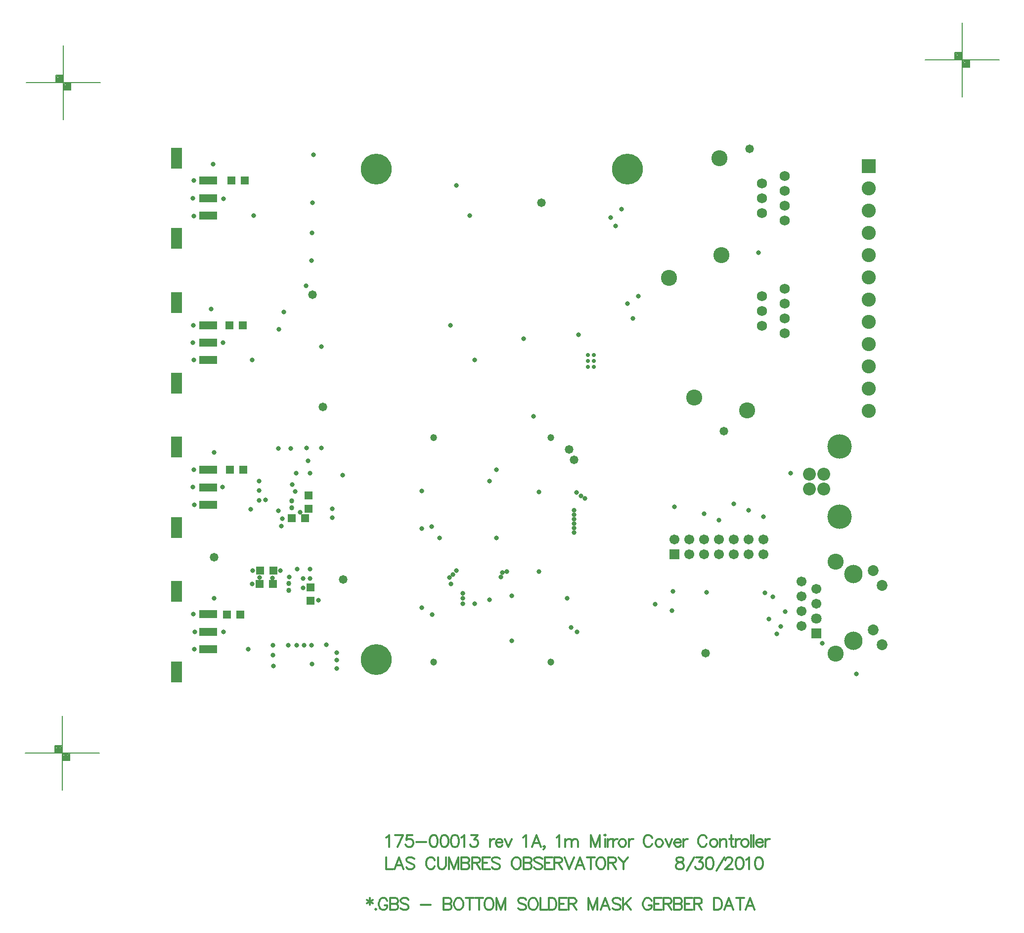
<source format=gbs>
%FSLAX23Y23*%
%MOIN*%
G70*
G01*
G75*
G04 Layer_Color=16711935*
%ADD10R,0.025X0.100*%
%ADD11R,0.057X0.012*%
%ADD12R,0.025X0.185*%
%ADD13R,0.085X0.138*%
%ADD14R,0.085X0.043*%
%ADD15R,0.085X0.043*%
%ADD16R,0.035X0.053*%
%ADD17R,0.053X0.053*%
%ADD18R,0.070X0.135*%
%ADD19R,0.036X0.036*%
%ADD20R,0.098X0.268*%
%ADD21R,0.078X0.048*%
%ADD22R,0.063X0.075*%
%ADD23R,0.050X0.050*%
%ADD24R,0.079X0.209*%
%ADD25R,0.094X0.130*%
%ADD26O,0.028X0.098*%
%ADD27R,0.087X0.059*%
%ADD28O,0.027X0.010*%
%ADD29R,0.065X0.094*%
%ADD30O,0.024X0.010*%
%ADD31R,0.135X0.070*%
%ADD32R,0.050X0.050*%
%ADD33R,0.115X0.050*%
%ADD34R,0.065X0.135*%
%ADD35C,0.008*%
%ADD36C,0.005*%
%ADD37C,0.012*%
%ADD38C,0.010*%
%ADD39C,0.020*%
%ADD40C,0.100*%
%ADD41C,0.030*%
%ADD42C,0.050*%
%ADD43C,0.025*%
%ADD44C,0.012*%
%ADD45C,0.012*%
%ADD46C,0.060*%
%ADD47C,0.039*%
%ADD48C,0.200*%
%ADD49C,0.020*%
%ADD50C,0.059*%
%ADD51R,0.059X0.059*%
%ADD52C,0.063*%
%ADD53C,0.116*%
%ADD54C,0.065*%
%ADD55C,0.100*%
%ADD56R,0.059X0.059*%
%ADD57C,0.059*%
%ADD58C,0.087*%
%ADD59R,0.087X0.087*%
%ADD60C,0.079*%
%ADD61C,0.157*%
%ADD62C,0.026*%
%ADD63C,0.024*%
%ADD64C,0.050*%
%ADD65C,0.040*%
%ADD66C,0.070*%
G04:AMPARAMS|DCode=67|XSize=90mil|YSize=90mil|CornerRadius=0mil|HoleSize=0mil|Usage=FLASHONLY|Rotation=0.000|XOffset=0mil|YOffset=0mil|HoleType=Round|Shape=Relief|Width=10mil|Gap=10mil|Entries=4|*
%AMTHD67*
7,0,0,0.090,0.070,0.010,45*
%
%ADD67THD67*%
%ADD68C,0.080*%
%ADD69C,0.131*%
%ADD70C,0.075*%
%ADD71C,0.168*%
%ADD72C,0.080*%
%ADD73C,0.103*%
%ADD74C,0.075*%
%ADD75C,0.087*%
%ADD76C,0.076*%
%ADD77C,0.131*%
%ADD78C,0.053*%
G04:AMPARAMS|DCode=79|XSize=110mil|YSize=110mil|CornerRadius=0mil|HoleSize=0mil|Usage=FLASHONLY|Rotation=0.000|XOffset=0mil|YOffset=0mil|HoleType=Round|Shape=Relief|Width=10mil|Gap=10mil|Entries=4|*
%AMTHD79*
7,0,0,0.110,0.090,0.010,45*
%
%ADD79THD79*%
G04:AMPARAMS|DCode=80|XSize=70mil|YSize=70mil|CornerRadius=0mil|HoleSize=0mil|Usage=FLASHONLY|Rotation=0.000|XOffset=0mil|YOffset=0mil|HoleType=Round|Shape=Relief|Width=10mil|Gap=10mil|Entries=4|*
%AMTHD80*
7,0,0,0.070,0.050,0.010,45*
%
%ADD80THD80*%
G04:AMPARAMS|DCode=81|XSize=120mil|YSize=120mil|CornerRadius=0mil|HoleSize=0mil|Usage=FLASHONLY|Rotation=0.000|XOffset=0mil|YOffset=0mil|HoleType=Round|Shape=Relief|Width=10mil|Gap=10mil|Entries=4|*
%AMTHD81*
7,0,0,0.120,0.100,0.010,45*
%
%ADD81THD81*%
%ADD82C,0.068*%
G04:AMPARAMS|DCode=83|XSize=100mil|YSize=100mil|CornerRadius=0mil|HoleSize=0mil|Usage=FLASHONLY|Rotation=0.000|XOffset=0mil|YOffset=0mil|HoleType=Round|Shape=Relief|Width=10mil|Gap=10mil|Entries=4|*
%AMTHD83*
7,0,0,0.100,0.080,0.010,45*
%
%ADD83THD83*%
G04:AMPARAMS|DCode=84|XSize=123mil|YSize=123mil|CornerRadius=0mil|HoleSize=0mil|Usage=FLASHONLY|Rotation=0.000|XOffset=0mil|YOffset=0mil|HoleType=Round|Shape=Relief|Width=10mil|Gap=10mil|Entries=4|*
%AMTHD84*
7,0,0,0.123,0.103,0.010,45*
%
%ADD84THD84*%
G04:AMPARAMS|DCode=85|XSize=95.433mil|YSize=95.433mil|CornerRadius=0mil|HoleSize=0mil|Usage=FLASHONLY|Rotation=0.000|XOffset=0mil|YOffset=0mil|HoleType=Round|Shape=Relief|Width=10mil|Gap=10mil|Entries=4|*
%AMTHD85*
7,0,0,0.095,0.075,0.010,45*
%
%ADD85THD85*%
G04:AMPARAMS|DCode=86|XSize=107.244mil|YSize=107.244mil|CornerRadius=0mil|HoleSize=0mil|Usage=FLASHONLY|Rotation=0.000|XOffset=0mil|YOffset=0mil|HoleType=Round|Shape=Relief|Width=10mil|Gap=10mil|Entries=4|*
%AMTHD86*
7,0,0,0.107,0.087,0.010,45*
%
%ADD86THD86*%
G04:AMPARAMS|DCode=87|XSize=96.221mil|YSize=96.221mil|CornerRadius=0mil|HoleSize=0mil|Usage=FLASHONLY|Rotation=0.000|XOffset=0mil|YOffset=0mil|HoleType=Round|Shape=Relief|Width=10mil|Gap=10mil|Entries=4|*
%AMTHD87*
7,0,0,0.096,0.076,0.010,45*
%
%ADD87THD87*%
G04:AMPARAMS|DCode=88|XSize=150.551mil|YSize=150.551mil|CornerRadius=0mil|HoleSize=0mil|Usage=FLASHONLY|Rotation=0.000|XOffset=0mil|YOffset=0mil|HoleType=Round|Shape=Relief|Width=10mil|Gap=10mil|Entries=4|*
%AMTHD88*
7,0,0,0.151,0.131,0.010,45*
%
%ADD88THD88*%
G04:AMPARAMS|DCode=89|XSize=72.992mil|YSize=72.992mil|CornerRadius=0mil|HoleSize=0mil|Usage=FLASHONLY|Rotation=0.000|XOffset=0mil|YOffset=0mil|HoleType=Round|Shape=Relief|Width=10mil|Gap=10mil|Entries=4|*
%AMTHD89*
7,0,0,0.073,0.053,0.010,45*
%
%ADD89THD89*%
%ADD90C,0.090*%
G04:AMPARAMS|DCode=91|XSize=88mil|YSize=88mil|CornerRadius=0mil|HoleSize=0mil|Usage=FLASHONLY|Rotation=0.000|XOffset=0mil|YOffset=0mil|HoleType=Round|Shape=Relief|Width=10mil|Gap=10mil|Entries=4|*
%AMTHD91*
7,0,0,0.088,0.068,0.010,45*
%
%ADD91THD91*%
%ADD92C,0.010*%
%ADD93C,0.010*%
%ADD94C,0.020*%
%ADD95C,0.008*%
%ADD96C,0.006*%
%ADD97C,0.007*%
%ADD98R,0.136X0.162*%
%ADD99R,0.033X0.108*%
%ADD100R,0.061X0.016*%
%ADD101R,0.033X0.193*%
%ADD102R,0.093X0.146*%
%ADD103R,0.093X0.051*%
%ADD104R,0.093X0.051*%
%ADD105R,0.043X0.061*%
%ADD106R,0.061X0.061*%
%ADD107R,0.078X0.143*%
%ADD108R,0.044X0.044*%
%ADD109R,0.106X0.276*%
%ADD110R,0.086X0.056*%
%ADD111R,0.071X0.083*%
%ADD112R,0.058X0.058*%
%ADD113R,0.087X0.217*%
%ADD114R,0.102X0.138*%
%ADD115O,0.036X0.106*%
%ADD116R,0.095X0.067*%
%ADD117O,0.035X0.018*%
%ADD118R,0.073X0.102*%
%ADD119O,0.032X0.018*%
%ADD120R,0.143X0.078*%
%ADD121R,0.058X0.058*%
%ADD122R,0.123X0.058*%
%ADD123R,0.073X0.143*%
%ADD124C,0.047*%
%ADD125C,0.208*%
%ADD126C,0.028*%
%ADD127C,0.067*%
%ADD128R,0.067X0.067*%
%ADD129C,0.071*%
%ADD130C,0.124*%
%ADD131C,0.073*%
%ADD132C,0.108*%
%ADD133R,0.067X0.067*%
%ADD134C,0.067*%
%ADD135C,0.095*%
%ADD136R,0.095X0.095*%
%ADD137C,0.087*%
%ADD138C,0.165*%
%ADD139C,0.032*%
%ADD140C,0.058*%
%ADD141C,0.034*%
D35*
X11311Y14643D02*
X11321D01*
X11311Y14638D02*
Y14648D01*
Y14638D02*
X11321D01*
Y14648D01*
X11311D02*
X11321D01*
X11306Y14633D02*
Y14648D01*
Y14633D02*
X11326D01*
Y14653D01*
X11306D02*
X11326D01*
X11301Y14628D02*
Y14653D01*
Y14628D02*
X11331D01*
Y14658D01*
X11301D02*
X11331D01*
X11296Y14623D02*
Y14663D01*
Y14623D02*
X11336D01*
Y14663D01*
X11296D02*
X11336D01*
X11361Y14593D02*
X11371D01*
X11361Y14588D02*
Y14598D01*
Y14588D02*
X11371D01*
Y14598D01*
X11361D02*
X11371D01*
X11356Y14583D02*
Y14598D01*
Y14583D02*
X11376D01*
Y14603D01*
X11356D02*
X11376D01*
X11351Y14578D02*
Y14603D01*
Y14578D02*
X11381D01*
Y14608D01*
X11351D02*
X11381D01*
X11346Y14573D02*
Y14613D01*
Y14573D02*
X11386D01*
Y14613D01*
X11346D02*
X11386D01*
X11341Y14568D02*
X11391D01*
Y14618D01*
X11291Y14668D02*
X11341D01*
X11291Y14618D02*
Y14668D01*
X11341Y14368D02*
Y14868D01*
X11091Y14618D02*
X11591D01*
X11302Y10123D02*
X11312D01*
X11302Y10118D02*
Y10128D01*
Y10118D02*
X11312D01*
Y10128D01*
X11302D02*
X11312D01*
X11297Y10113D02*
Y10128D01*
Y10113D02*
X11317D01*
Y10133D01*
X11297D02*
X11317D01*
X11292Y10108D02*
Y10133D01*
Y10108D02*
X11322D01*
Y10138D01*
X11292D02*
X11322D01*
X11287Y10103D02*
Y10143D01*
Y10103D02*
X11327D01*
Y10143D01*
X11287D02*
X11327D01*
X11352Y10073D02*
X11362D01*
X11352Y10068D02*
Y10078D01*
Y10068D02*
X11362D01*
Y10078D01*
X11352D02*
X11362D01*
X11347Y10063D02*
Y10078D01*
Y10063D02*
X11367D01*
Y10083D01*
X11347D02*
X11367D01*
X11342Y10058D02*
Y10083D01*
Y10058D02*
X11372D01*
Y10088D01*
X11342D02*
X11372D01*
X11337Y10053D02*
Y10093D01*
Y10053D02*
X11377D01*
Y10093D01*
X11337D02*
X11377D01*
X11332Y10048D02*
X11382D01*
Y10098D01*
X11282Y10148D02*
X11332D01*
X11282Y10098D02*
Y10148D01*
X11332Y9848D02*
Y10348D01*
X11082Y10098D02*
X11582D01*
X17370Y14798D02*
X17380D01*
X17370Y14793D02*
Y14803D01*
Y14793D02*
X17380Y14793D01*
X17380Y14803D01*
X17370D02*
X17380D01*
X17365Y14788D02*
Y14803D01*
Y14788D02*
X17385D01*
Y14808D01*
X17365Y14808D02*
X17385Y14808D01*
X17360Y14783D02*
Y14808D01*
Y14783D02*
X17390D01*
Y14813D01*
X17360D02*
X17390D01*
X17355Y14778D02*
Y14818D01*
Y14778D02*
X17395D01*
Y14818D01*
X17355D02*
X17395D01*
X17420Y14748D02*
X17430D01*
X17420Y14743D02*
X17420Y14753D01*
X17420Y14743D02*
X17430D01*
Y14753D01*
X17420Y14753D02*
X17430Y14753D01*
X17415Y14738D02*
Y14753D01*
Y14738D02*
X17435Y14738D01*
X17435Y14758D02*
X17435Y14738D01*
X17415Y14758D02*
X17435D01*
X17410Y14733D02*
Y14758D01*
Y14733D02*
X17440D01*
Y14763D01*
X17410D02*
X17440D01*
X17405Y14728D02*
Y14768D01*
Y14728D02*
X17445D01*
Y14768D01*
X17405D02*
X17445D01*
X17400Y14723D02*
X17450Y14723D01*
X17450Y14773D02*
X17450Y14723D01*
X17350Y14823D02*
X17400Y14823D01*
X17350Y14823D02*
X17350Y14773D01*
X17400Y14523D02*
Y15023D01*
X17150Y14773D02*
X17650D01*
D37*
X13518Y9531D02*
X13526Y9535D01*
X13537Y9546D01*
Y9466D01*
X13630Y9546D02*
X13592Y9466D01*
X13577Y9546D02*
X13630D01*
X13694D02*
X13656D01*
X13652Y9512D01*
X13656Y9516D01*
X13667Y9520D01*
X13679D01*
X13690Y9516D01*
X13698Y9508D01*
X13701Y9497D01*
Y9489D01*
X13698Y9478D01*
X13690Y9470D01*
X13679Y9466D01*
X13667D01*
X13656Y9470D01*
X13652Y9474D01*
X13648Y9482D01*
X13719Y9501D02*
X13788D01*
X13834Y9546D02*
X13823Y9543D01*
X13815Y9531D01*
X13811Y9512D01*
Y9501D01*
X13815Y9482D01*
X13823Y9470D01*
X13834Y9466D01*
X13842D01*
X13853Y9470D01*
X13861Y9482D01*
X13865Y9501D01*
Y9512D01*
X13861Y9531D01*
X13853Y9543D01*
X13842Y9546D01*
X13834D01*
X13906D02*
X13894Y9543D01*
X13886Y9531D01*
X13883Y9512D01*
Y9501D01*
X13886Y9482D01*
X13894Y9470D01*
X13906Y9466D01*
X13913D01*
X13925Y9470D01*
X13932Y9482D01*
X13936Y9501D01*
Y9512D01*
X13932Y9531D01*
X13925Y9543D01*
X13913Y9546D01*
X13906D01*
X13977D02*
X13965Y9543D01*
X13958Y9531D01*
X13954Y9512D01*
Y9501D01*
X13958Y9482D01*
X13965Y9470D01*
X13977Y9466D01*
X13984D01*
X13996Y9470D01*
X14003Y9482D01*
X14007Y9501D01*
Y9512D01*
X14003Y9531D01*
X13996Y9543D01*
X13984Y9546D01*
X13977D01*
X14025Y9531D02*
X14033Y9535D01*
X14044Y9546D01*
Y9466D01*
X14091Y9546D02*
X14133D01*
X14110Y9516D01*
X14122D01*
X14129Y9512D01*
X14133Y9508D01*
X14137Y9497D01*
Y9489D01*
X14133Y9478D01*
X14126Y9470D01*
X14114Y9466D01*
X14103D01*
X14091Y9470D01*
X14088Y9474D01*
X14084Y9482D01*
X14218Y9520D02*
Y9466D01*
Y9497D02*
X14222Y9508D01*
X14229Y9516D01*
X14237Y9520D01*
X14248D01*
X14256Y9497D02*
X14301D01*
Y9504D01*
X14297Y9512D01*
X14294Y9516D01*
X14286Y9520D01*
X14275D01*
X14267Y9516D01*
X14259Y9508D01*
X14256Y9497D01*
Y9489D01*
X14259Y9478D01*
X14267Y9470D01*
X14275Y9466D01*
X14286D01*
X14294Y9470D01*
X14301Y9478D01*
X14318Y9520D02*
X14341Y9466D01*
X14364Y9520D02*
X14341Y9466D01*
X14440Y9531D02*
X14447Y9535D01*
X14459Y9546D01*
Y9466D01*
X14559D02*
X14529Y9546D01*
X14499Y9466D01*
X14510Y9493D02*
X14548D01*
X14586Y9470D02*
X14582Y9466D01*
X14578Y9470D01*
X14582Y9474D01*
X14586Y9470D01*
Y9463D01*
X14582Y9455D01*
X14578Y9451D01*
X14666Y9531D02*
X14674Y9535D01*
X14685Y9546D01*
Y9466D01*
X14725Y9520D02*
Y9466D01*
Y9504D02*
X14736Y9516D01*
X14744Y9520D01*
X14755D01*
X14763Y9516D01*
X14767Y9504D01*
Y9466D01*
Y9504D02*
X14778Y9516D01*
X14786Y9520D01*
X14797D01*
X14805Y9516D01*
X14809Y9504D01*
Y9466D01*
X14897Y9546D02*
Y9466D01*
Y9546D02*
X14927Y9466D01*
X14957Y9546D02*
X14927Y9466D01*
X14957Y9546D02*
Y9466D01*
X14988Y9546D02*
X14992Y9543D01*
X14996Y9546D01*
X14992Y9550D01*
X14988Y9546D01*
X14992Y9520D02*
Y9466D01*
X15010Y9520D02*
Y9466D01*
Y9497D02*
X15013Y9508D01*
X15021Y9516D01*
X15029Y9520D01*
X15040D01*
X15047D02*
Y9466D01*
Y9497D02*
X15051Y9508D01*
X15059Y9516D01*
X15066Y9520D01*
X15078D01*
X15104D02*
X15097Y9516D01*
X15089Y9508D01*
X15085Y9497D01*
Y9489D01*
X15089Y9478D01*
X15097Y9470D01*
X15104Y9466D01*
X15116D01*
X15123Y9470D01*
X15131Y9478D01*
X15135Y9489D01*
Y9497D01*
X15131Y9508D01*
X15123Y9516D01*
X15116Y9520D01*
X15104D01*
X15152D02*
Y9466D01*
Y9497D02*
X15156Y9508D01*
X15164Y9516D01*
X15171Y9520D01*
X15183D01*
X15310Y9527D02*
X15306Y9535D01*
X15298Y9543D01*
X15291Y9546D01*
X15276D01*
X15268Y9543D01*
X15260Y9535D01*
X15256Y9527D01*
X15253Y9516D01*
Y9497D01*
X15256Y9485D01*
X15260Y9478D01*
X15268Y9470D01*
X15276Y9466D01*
X15291D01*
X15298Y9470D01*
X15306Y9478D01*
X15310Y9485D01*
X15351Y9520D02*
X15344Y9516D01*
X15336Y9508D01*
X15332Y9497D01*
Y9489D01*
X15336Y9478D01*
X15344Y9470D01*
X15351Y9466D01*
X15363D01*
X15370Y9470D01*
X15378Y9478D01*
X15382Y9489D01*
Y9497D01*
X15378Y9508D01*
X15370Y9516D01*
X15363Y9520D01*
X15351D01*
X15399D02*
X15422Y9466D01*
X15445Y9520D02*
X15422Y9466D01*
X15458Y9497D02*
X15504D01*
Y9504D01*
X15500Y9512D01*
X15496Y9516D01*
X15488Y9520D01*
X15477D01*
X15469Y9516D01*
X15462Y9508D01*
X15458Y9497D01*
Y9489D01*
X15462Y9478D01*
X15469Y9470D01*
X15477Y9466D01*
X15488D01*
X15496Y9470D01*
X15504Y9478D01*
X15521Y9520D02*
Y9466D01*
Y9497D02*
X15525Y9508D01*
X15532Y9516D01*
X15540Y9520D01*
X15551D01*
X15678Y9527D02*
X15675Y9535D01*
X15667Y9543D01*
X15659Y9546D01*
X15644D01*
X15637Y9543D01*
X15629Y9535D01*
X15625Y9527D01*
X15621Y9516D01*
Y9497D01*
X15625Y9485D01*
X15629Y9478D01*
X15637Y9470D01*
X15644Y9466D01*
X15659D01*
X15667Y9470D01*
X15675Y9478D01*
X15678Y9485D01*
X15720Y9520D02*
X15712Y9516D01*
X15705Y9508D01*
X15701Y9497D01*
Y9489D01*
X15705Y9478D01*
X15712Y9470D01*
X15720Y9466D01*
X15731D01*
X15739Y9470D01*
X15747Y9478D01*
X15750Y9489D01*
Y9497D01*
X15747Y9508D01*
X15739Y9516D01*
X15731Y9520D01*
X15720D01*
X15768D02*
Y9466D01*
Y9504D02*
X15779Y9516D01*
X15787Y9520D01*
X15798D01*
X15806Y9516D01*
X15810Y9504D01*
Y9466D01*
X15842Y9546D02*
Y9482D01*
X15846Y9470D01*
X15854Y9466D01*
X15861D01*
X15831Y9520D02*
X15857D01*
X15873D02*
Y9466D01*
Y9497D02*
X15877Y9508D01*
X15884Y9516D01*
X15892Y9520D01*
X15903D01*
X15929D02*
X15922Y9516D01*
X15914Y9508D01*
X15910Y9497D01*
Y9489D01*
X15914Y9478D01*
X15922Y9470D01*
X15929Y9466D01*
X15941D01*
X15949Y9470D01*
X15956Y9478D01*
X15960Y9489D01*
Y9497D01*
X15956Y9508D01*
X15949Y9516D01*
X15941Y9520D01*
X15929D01*
X15977Y9546D02*
Y9466D01*
X15994Y9546D02*
Y9466D01*
X16011Y9497D02*
X16057D01*
Y9504D01*
X16053Y9512D01*
X16049Y9516D01*
X16041Y9520D01*
X16030D01*
X16022Y9516D01*
X16015Y9508D01*
X16011Y9497D01*
Y9489D01*
X16015Y9478D01*
X16022Y9470D01*
X16030Y9466D01*
X16041D01*
X16049Y9470D01*
X16057Y9478D01*
X16074Y9520D02*
Y9466D01*
Y9497D02*
X16078Y9508D01*
X16085Y9516D01*
X16093Y9520D01*
X16104D01*
D44*
X13407Y9122D02*
Y9076D01*
X13388Y9110D02*
X13426Y9087D01*
Y9110D02*
X13388Y9087D01*
X13447Y9049D02*
X13443Y9045D01*
X13447Y9042D01*
X13450Y9045D01*
X13447Y9049D01*
X13525Y9103D02*
X13521Y9110D01*
X13514Y9118D01*
X13506Y9122D01*
X13491D01*
X13483Y9118D01*
X13475Y9110D01*
X13472Y9103D01*
X13468Y9091D01*
Y9072D01*
X13472Y9061D01*
X13475Y9053D01*
X13483Y9045D01*
X13491Y9042D01*
X13506D01*
X13514Y9045D01*
X13521Y9053D01*
X13525Y9061D01*
Y9072D01*
X13506D02*
X13525D01*
X13543Y9122D02*
Y9042D01*
Y9122D02*
X13578D01*
X13589Y9118D01*
X13593Y9114D01*
X13597Y9106D01*
Y9099D01*
X13593Y9091D01*
X13589Y9087D01*
X13578Y9084D01*
X13543D02*
X13578D01*
X13589Y9080D01*
X13593Y9076D01*
X13597Y9068D01*
Y9057D01*
X13593Y9049D01*
X13589Y9045D01*
X13578Y9042D01*
X13543D01*
X13668Y9110D02*
X13660Y9118D01*
X13649Y9122D01*
X13634D01*
X13622Y9118D01*
X13615Y9110D01*
Y9103D01*
X13618Y9095D01*
X13622Y9091D01*
X13630Y9087D01*
X13653Y9080D01*
X13660Y9076D01*
X13664Y9072D01*
X13668Y9064D01*
Y9053D01*
X13660Y9045D01*
X13649Y9042D01*
X13634D01*
X13622Y9045D01*
X13615Y9053D01*
X13749Y9076D02*
X13817D01*
X13904Y9122D02*
Y9042D01*
Y9122D02*
X13938D01*
X13949Y9118D01*
X13953Y9114D01*
X13957Y9106D01*
Y9099D01*
X13953Y9091D01*
X13949Y9087D01*
X13938Y9084D01*
X13904D02*
X13938D01*
X13949Y9080D01*
X13953Y9076D01*
X13957Y9068D01*
Y9057D01*
X13953Y9049D01*
X13949Y9045D01*
X13938Y9042D01*
X13904D01*
X13998Y9122D02*
X13990Y9118D01*
X13982Y9110D01*
X13979Y9103D01*
X13975Y9091D01*
Y9072D01*
X13979Y9061D01*
X13982Y9053D01*
X13990Y9045D01*
X13998Y9042D01*
X14013D01*
X14021Y9045D01*
X14028Y9053D01*
X14032Y9061D01*
X14036Y9072D01*
Y9091D01*
X14032Y9103D01*
X14028Y9110D01*
X14021Y9118D01*
X14013Y9122D01*
X13998D01*
X14081D02*
Y9042D01*
X14054Y9122D02*
X14108D01*
X14144D02*
Y9042D01*
X14117Y9122D02*
X14171D01*
X14203D02*
X14195Y9118D01*
X14188Y9110D01*
X14184Y9103D01*
X14180Y9091D01*
Y9072D01*
X14184Y9061D01*
X14188Y9053D01*
X14195Y9045D01*
X14203Y9042D01*
X14218D01*
X14226Y9045D01*
X14233Y9053D01*
X14237Y9061D01*
X14241Y9072D01*
Y9091D01*
X14237Y9103D01*
X14233Y9110D01*
X14226Y9118D01*
X14218Y9122D01*
X14203D01*
X14260D02*
Y9042D01*
Y9122D02*
X14290Y9042D01*
X14321Y9122D02*
X14290Y9042D01*
X14321Y9122D02*
Y9042D01*
X14460Y9110D02*
X14452Y9118D01*
X14441Y9122D01*
X14425D01*
X14414Y9118D01*
X14406Y9110D01*
Y9103D01*
X14410Y9095D01*
X14414Y9091D01*
X14422Y9087D01*
X14444Y9080D01*
X14452Y9076D01*
X14456Y9072D01*
X14460Y9064D01*
Y9053D01*
X14452Y9045D01*
X14441Y9042D01*
X14425D01*
X14414Y9045D01*
X14406Y9053D01*
X14500Y9122D02*
X14493Y9118D01*
X14485Y9110D01*
X14481Y9103D01*
X14478Y9091D01*
Y9072D01*
X14481Y9061D01*
X14485Y9053D01*
X14493Y9045D01*
X14500Y9042D01*
X14516D01*
X14523Y9045D01*
X14531Y9053D01*
X14535Y9061D01*
X14539Y9072D01*
Y9091D01*
X14535Y9103D01*
X14531Y9110D01*
X14523Y9118D01*
X14516Y9122D01*
X14500D01*
X14557D02*
Y9042D01*
X14603D01*
X14612Y9122D02*
Y9042D01*
Y9122D02*
X14638D01*
X14650Y9118D01*
X14657Y9110D01*
X14661Y9103D01*
X14665Y9091D01*
Y9072D01*
X14661Y9061D01*
X14657Y9053D01*
X14650Y9045D01*
X14638Y9042D01*
X14612D01*
X14732Y9122D02*
X14683D01*
Y9042D01*
X14732D01*
X14683Y9084D02*
X14713D01*
X14746Y9122D02*
Y9042D01*
Y9122D02*
X14780D01*
X14791Y9118D01*
X14795Y9114D01*
X14799Y9106D01*
Y9099D01*
X14795Y9091D01*
X14791Y9087D01*
X14780Y9084D01*
X14746D01*
X14772D02*
X14799Y9042D01*
X14880Y9122D02*
Y9042D01*
Y9122D02*
X14910Y9042D01*
X14941Y9122D02*
X14910Y9042D01*
X14941Y9122D02*
Y9042D01*
X15025D02*
X14994Y9122D01*
X14964Y9042D01*
X14975Y9068D02*
X15013D01*
X15096Y9110D02*
X15089Y9118D01*
X15077Y9122D01*
X15062D01*
X15051Y9118D01*
X15043Y9110D01*
Y9103D01*
X15047Y9095D01*
X15051Y9091D01*
X15058Y9087D01*
X15081Y9080D01*
X15089Y9076D01*
X15093Y9072D01*
X15096Y9064D01*
Y9053D01*
X15089Y9045D01*
X15077Y9042D01*
X15062D01*
X15051Y9045D01*
X15043Y9053D01*
X15114Y9122D02*
Y9042D01*
X15168Y9122D02*
X15114Y9068D01*
X15133Y9087D02*
X15168Y9042D01*
X15306Y9103D02*
X15302Y9110D01*
X15294Y9118D01*
X15287Y9122D01*
X15271D01*
X15264Y9118D01*
X15256Y9110D01*
X15252Y9103D01*
X15248Y9091D01*
Y9072D01*
X15252Y9061D01*
X15256Y9053D01*
X15264Y9045D01*
X15271Y9042D01*
X15287D01*
X15294Y9045D01*
X15302Y9053D01*
X15306Y9061D01*
Y9072D01*
X15287D02*
X15306D01*
X15373Y9122D02*
X15324D01*
Y9042D01*
X15373D01*
X15324Y9084D02*
X15354D01*
X15387Y9122D02*
Y9042D01*
Y9122D02*
X15421D01*
X15432Y9118D01*
X15436Y9114D01*
X15440Y9106D01*
Y9099D01*
X15436Y9091D01*
X15432Y9087D01*
X15421Y9084D01*
X15387D01*
X15413D02*
X15440Y9042D01*
X15458Y9122D02*
Y9042D01*
Y9122D02*
X15492D01*
X15504Y9118D01*
X15507Y9114D01*
X15511Y9106D01*
Y9099D01*
X15507Y9091D01*
X15504Y9087D01*
X15492Y9084D01*
X15458D02*
X15492D01*
X15504Y9080D01*
X15507Y9076D01*
X15511Y9068D01*
Y9057D01*
X15507Y9049D01*
X15504Y9045D01*
X15492Y9042D01*
X15458D01*
X15579Y9122D02*
X15529D01*
Y9042D01*
X15579D01*
X15529Y9084D02*
X15560D01*
X15592Y9122D02*
Y9042D01*
Y9122D02*
X15626D01*
X15638Y9118D01*
X15642Y9114D01*
X15645Y9106D01*
Y9099D01*
X15642Y9091D01*
X15638Y9087D01*
X15626Y9084D01*
X15592D01*
X15619D02*
X15645Y9042D01*
X15726Y9122D02*
Y9042D01*
Y9122D02*
X15753D01*
X15764Y9118D01*
X15772Y9110D01*
X15776Y9103D01*
X15779Y9091D01*
Y9072D01*
X15776Y9061D01*
X15772Y9053D01*
X15764Y9045D01*
X15753Y9042D01*
X15726D01*
X15858D02*
X15828Y9122D01*
X15797Y9042D01*
X15809Y9068D02*
X15847D01*
X15904Y9122D02*
Y9042D01*
X15877Y9122D02*
X15930D01*
X16001Y9042D02*
X15970Y9122D01*
X15940Y9042D01*
X15951Y9068D02*
X15989D01*
D45*
X13518Y9396D02*
Y9316D01*
X13564D01*
X13634D02*
X13603Y9396D01*
X13573Y9316D01*
X13584Y9343D02*
X13622D01*
X13706Y9385D02*
X13698Y9393D01*
X13687Y9396D01*
X13671D01*
X13660Y9393D01*
X13652Y9385D01*
Y9377D01*
X13656Y9370D01*
X13660Y9366D01*
X13667Y9362D01*
X13690Y9354D01*
X13698Y9351D01*
X13702Y9347D01*
X13706Y9339D01*
Y9328D01*
X13698Y9320D01*
X13687Y9316D01*
X13671D01*
X13660Y9320D01*
X13652Y9328D01*
X13843Y9377D02*
X13840Y9385D01*
X13832Y9393D01*
X13824Y9396D01*
X13809D01*
X13802Y9393D01*
X13794Y9385D01*
X13790Y9377D01*
X13786Y9366D01*
Y9347D01*
X13790Y9335D01*
X13794Y9328D01*
X13802Y9320D01*
X13809Y9316D01*
X13824D01*
X13832Y9320D01*
X13840Y9328D01*
X13843Y9335D01*
X13866Y9396D02*
Y9339D01*
X13870Y9328D01*
X13877Y9320D01*
X13889Y9316D01*
X13896D01*
X13908Y9320D01*
X13915Y9328D01*
X13919Y9339D01*
Y9396D01*
X13941D02*
Y9316D01*
Y9396D02*
X13972Y9316D01*
X14002Y9396D02*
X13972Y9316D01*
X14002Y9396D02*
Y9316D01*
X14025Y9396D02*
Y9316D01*
Y9396D02*
X14059D01*
X14071Y9393D01*
X14075Y9389D01*
X14078Y9381D01*
Y9373D01*
X14075Y9366D01*
X14071Y9362D01*
X14059Y9358D01*
X14025D02*
X14059D01*
X14071Y9354D01*
X14075Y9351D01*
X14078Y9343D01*
Y9332D01*
X14075Y9324D01*
X14071Y9320D01*
X14059Y9316D01*
X14025D01*
X14096Y9396D02*
Y9316D01*
Y9396D02*
X14131D01*
X14142Y9393D01*
X14146Y9389D01*
X14150Y9381D01*
Y9373D01*
X14146Y9366D01*
X14142Y9362D01*
X14131Y9358D01*
X14096D01*
X14123D02*
X14150Y9316D01*
X14217Y9396D02*
X14168D01*
Y9316D01*
X14217D01*
X14168Y9358D02*
X14198D01*
X14284Y9385D02*
X14276Y9393D01*
X14265Y9396D01*
X14249D01*
X14238Y9393D01*
X14230Y9385D01*
Y9377D01*
X14234Y9370D01*
X14238Y9366D01*
X14246Y9362D01*
X14268Y9354D01*
X14276Y9351D01*
X14280Y9347D01*
X14284Y9339D01*
Y9328D01*
X14276Y9320D01*
X14265Y9316D01*
X14249D01*
X14238Y9320D01*
X14230Y9328D01*
X14387Y9396D02*
X14380Y9393D01*
X14372Y9385D01*
X14368Y9377D01*
X14364Y9366D01*
Y9347D01*
X14368Y9335D01*
X14372Y9328D01*
X14380Y9320D01*
X14387Y9316D01*
X14403D01*
X14410Y9320D01*
X14418Y9328D01*
X14422Y9335D01*
X14425Y9347D01*
Y9366D01*
X14422Y9377D01*
X14418Y9385D01*
X14410Y9393D01*
X14403Y9396D01*
X14387D01*
X14444D02*
Y9316D01*
Y9396D02*
X14478D01*
X14490Y9393D01*
X14494Y9389D01*
X14497Y9381D01*
Y9373D01*
X14494Y9366D01*
X14490Y9362D01*
X14478Y9358D01*
X14444D02*
X14478D01*
X14490Y9354D01*
X14494Y9351D01*
X14497Y9343D01*
Y9332D01*
X14494Y9324D01*
X14490Y9320D01*
X14478Y9316D01*
X14444D01*
X14569Y9385D02*
X14561Y9393D01*
X14550Y9396D01*
X14534D01*
X14523Y9393D01*
X14515Y9385D01*
Y9377D01*
X14519Y9370D01*
X14523Y9366D01*
X14531Y9362D01*
X14553Y9354D01*
X14561Y9351D01*
X14565Y9347D01*
X14569Y9339D01*
Y9328D01*
X14561Y9320D01*
X14550Y9316D01*
X14534D01*
X14523Y9320D01*
X14515Y9328D01*
X14636Y9396D02*
X14587D01*
Y9316D01*
X14636D01*
X14587Y9358D02*
X14617D01*
X14649Y9396D02*
Y9316D01*
Y9396D02*
X14684D01*
X14695Y9393D01*
X14699Y9389D01*
X14703Y9381D01*
Y9373D01*
X14699Y9366D01*
X14695Y9362D01*
X14684Y9358D01*
X14649D01*
X14676D02*
X14703Y9316D01*
X14721Y9396D02*
X14751Y9316D01*
X14782Y9396D02*
X14751Y9316D01*
X14853D02*
X14822Y9396D01*
X14792Y9316D01*
X14803Y9343D02*
X14841D01*
X14898Y9396D02*
Y9316D01*
X14871Y9396D02*
X14925D01*
X14957D02*
X14949Y9393D01*
X14942Y9385D01*
X14938Y9377D01*
X14934Y9366D01*
Y9347D01*
X14938Y9335D01*
X14942Y9328D01*
X14949Y9320D01*
X14957Y9316D01*
X14972D01*
X14980Y9320D01*
X14988Y9328D01*
X14991Y9335D01*
X14995Y9347D01*
Y9366D01*
X14991Y9377D01*
X14988Y9385D01*
X14980Y9393D01*
X14972Y9396D01*
X14957D01*
X15014D02*
Y9316D01*
Y9396D02*
X15048D01*
X15060Y9393D01*
X15063Y9389D01*
X15067Y9381D01*
Y9373D01*
X15063Y9366D01*
X15060Y9362D01*
X15048Y9358D01*
X15014D01*
X15041D02*
X15067Y9316D01*
X15085Y9396D02*
X15116Y9358D01*
Y9316D01*
X15146Y9396D02*
X15116Y9358D01*
X15490Y9396D02*
X15478Y9393D01*
X15474Y9385D01*
Y9377D01*
X15478Y9370D01*
X15486Y9366D01*
X15501Y9362D01*
X15512Y9358D01*
X15520Y9351D01*
X15524Y9343D01*
Y9332D01*
X15520Y9324D01*
X15516Y9320D01*
X15505Y9316D01*
X15490D01*
X15478Y9320D01*
X15474Y9324D01*
X15471Y9332D01*
Y9343D01*
X15474Y9351D01*
X15482Y9358D01*
X15493Y9362D01*
X15509Y9366D01*
X15516Y9370D01*
X15520Y9377D01*
Y9385D01*
X15516Y9393D01*
X15505Y9396D01*
X15490D01*
X15542Y9305D02*
X15595Y9396D01*
X15608D02*
X15650D01*
X15627Y9366D01*
X15638D01*
X15646Y9362D01*
X15650Y9358D01*
X15654Y9347D01*
Y9339D01*
X15650Y9328D01*
X15642Y9320D01*
X15631Y9316D01*
X15619D01*
X15608Y9320D01*
X15604Y9324D01*
X15600Y9332D01*
X15694Y9396D02*
X15683Y9393D01*
X15675Y9381D01*
X15672Y9362D01*
Y9351D01*
X15675Y9332D01*
X15683Y9320D01*
X15694Y9316D01*
X15702D01*
X15714Y9320D01*
X15721Y9332D01*
X15725Y9351D01*
Y9362D01*
X15721Y9381D01*
X15714Y9393D01*
X15702Y9396D01*
X15694D01*
X15743Y9305D02*
X15796Y9396D01*
X15805Y9377D02*
Y9381D01*
X15809Y9389D01*
X15813Y9393D01*
X15821Y9396D01*
X15836D01*
X15843Y9393D01*
X15847Y9389D01*
X15851Y9381D01*
Y9373D01*
X15847Y9366D01*
X15840Y9354D01*
X15801Y9316D01*
X15855D01*
X15896Y9396D02*
X15884Y9393D01*
X15877Y9381D01*
X15873Y9362D01*
Y9351D01*
X15877Y9332D01*
X15884Y9320D01*
X15896Y9316D01*
X15903D01*
X15915Y9320D01*
X15922Y9332D01*
X15926Y9351D01*
Y9362D01*
X15922Y9381D01*
X15915Y9393D01*
X15903Y9396D01*
X15896D01*
X15944Y9381D02*
X15952Y9385D01*
X15963Y9396D01*
Y9316D01*
X16025Y9396D02*
X16014Y9393D01*
X16006Y9381D01*
X16003Y9362D01*
Y9351D01*
X16006Y9332D01*
X16014Y9320D01*
X16025Y9316D01*
X16033D01*
X16044Y9320D01*
X16052Y9332D01*
X16056Y9351D01*
Y9362D01*
X16052Y9381D01*
X16044Y9393D01*
X16033Y9396D01*
X16025D01*
D82*
X16202Y13690D02*
D03*
X16049Y13740D02*
D03*
X16202Y13790D02*
D03*
X16049Y13840D02*
D03*
X16202Y13890D02*
D03*
X16049Y13940D02*
D03*
X16202Y13990D02*
D03*
Y12930D02*
D03*
X16049Y12980D02*
D03*
X16202Y13030D02*
D03*
X16049Y13080D02*
D03*
X16202Y13130D02*
D03*
X16049Y13180D02*
D03*
X16202Y13230D02*
D03*
D112*
X12445Y11034D02*
D03*
X12535D02*
D03*
X12465Y12009D02*
D03*
X12555D02*
D03*
X12461Y12983D02*
D03*
X12551D02*
D03*
X12475Y13959D02*
D03*
X12565D02*
D03*
X12970Y11682D02*
D03*
X12880D02*
D03*
X12662Y11240D02*
D03*
X12752D02*
D03*
X12757Y11328D02*
D03*
X12667D02*
D03*
D121*
X12995Y11837D02*
D03*
Y11747D02*
D03*
X13007Y11125D02*
D03*
Y11215D02*
D03*
D122*
X12318Y11035D02*
D03*
Y10917D02*
D03*
Y10799D02*
D03*
Y13958D02*
D03*
Y13840D02*
D03*
Y13722D02*
D03*
Y12984D02*
D03*
Y12866D02*
D03*
Y12748D02*
D03*
Y12009D02*
D03*
Y11891D02*
D03*
Y11773D02*
D03*
D123*
X12102Y11188D02*
D03*
Y10646D02*
D03*
Y14111D02*
D03*
Y13569D02*
D03*
Y13137D02*
D03*
Y12594D02*
D03*
Y12162D02*
D03*
Y11620D02*
D03*
D124*
X14627Y12227D02*
D03*
Y10712D02*
D03*
X13837Y12227D02*
D03*
Y10712D02*
D03*
D125*
X15142Y14037D02*
D03*
X13449D02*
D03*
Y10730D02*
D03*
D126*
X14918Y12783D02*
D03*
Y12743D02*
D03*
Y12704D02*
D03*
X14878D02*
D03*
Y12743D02*
D03*
Y12783D02*
D03*
D127*
X16318Y11255D02*
D03*
Y10955D02*
D03*
X16418Y11205D02*
D03*
X16318Y11155D02*
D03*
Y11055D02*
D03*
X16418Y11105D02*
D03*
D128*
Y10905D02*
D03*
D129*
Y11005D02*
D03*
D130*
X16668Y10855D02*
D03*
Y11305D02*
D03*
D131*
X16861Y10831D02*
D03*
X16801Y10931D02*
D03*
X16861Y11229D02*
D03*
X16801Y11329D02*
D03*
D132*
X16548Y10770D02*
D03*
Y11390D02*
D03*
X15949Y12408D02*
D03*
X15594Y12496D02*
D03*
X15777Y13457D02*
D03*
X15423Y13303D02*
D03*
X15765Y14108D02*
D03*
D133*
X15460Y11441D02*
D03*
D134*
Y11541D02*
D03*
X15560Y11441D02*
D03*
Y11541D02*
D03*
X15660Y11441D02*
D03*
Y11541D02*
D03*
X15760Y11441D02*
D03*
Y11541D02*
D03*
X15860Y11441D02*
D03*
Y11541D02*
D03*
X15960Y11441D02*
D03*
Y11541D02*
D03*
X16060Y11441D02*
D03*
Y11541D02*
D03*
D135*
X16769Y12405D02*
D03*
Y12555D02*
D03*
Y12705D02*
D03*
Y12855D02*
D03*
Y13005D02*
D03*
Y13155D02*
D03*
Y13305D02*
D03*
Y13455D02*
D03*
Y13605D02*
D03*
Y13755D02*
D03*
Y13905D02*
D03*
D136*
Y14055D02*
D03*
D137*
X16369Y11979D02*
D03*
Y11880D02*
D03*
X16467D02*
D03*
Y11979D02*
D03*
D138*
X16574Y11693D02*
D03*
Y12167D02*
D03*
D139*
X14034Y11176D02*
D03*
X14034Y11105D02*
D03*
X14034Y11142D02*
D03*
X13990Y11328D02*
D03*
X13966Y11304D02*
D03*
X14299Y11315D02*
D03*
X16059Y11692D02*
D03*
X15959Y11736D02*
D03*
X15860Y11780D02*
D03*
X15760Y11670D02*
D03*
X15660Y11714D02*
D03*
X15460Y11758D02*
D03*
X14783Y11736D02*
D03*
Y11706D02*
D03*
Y11586D02*
D03*
Y11616D02*
D03*
Y11646D02*
D03*
Y11676D02*
D03*
X14112Y12750D02*
D03*
Y11105D02*
D03*
X14215Y11934D02*
D03*
Y11134D02*
D03*
X14362Y10856D02*
D03*
Y11160D02*
D03*
X14445Y12893D02*
D03*
X14812Y12920D02*
D03*
X12625Y13722D02*
D03*
X12615Y12750D02*
D03*
X12602Y11744D02*
D03*
X12587Y10799D02*
D03*
X13757Y11866D02*
D03*
X13756Y11614D02*
D03*
X13757Y11079D02*
D03*
X14546Y11324D02*
D03*
Y11861D02*
D03*
X14510Y12368D02*
D03*
X15678Y11183D02*
D03*
X12827Y13073D02*
D03*
X13080Y12840D02*
D03*
X12794Y12957D02*
D03*
X16245Y11985D02*
D03*
X14858Y11815D02*
D03*
X14830Y11834D02*
D03*
X14800Y11855D02*
D03*
X16151Y10904D02*
D03*
X16178Y10953D02*
D03*
X16097Y11004D02*
D03*
X16207Y11054D02*
D03*
X16125Y11154D02*
D03*
X16071Y11178D02*
D03*
X14289Y11285D02*
D03*
X14329Y11324D02*
D03*
X13944Y11282D02*
D03*
X12421Y13836D02*
D03*
X12416Y12867D02*
D03*
X12414Y11893D02*
D03*
X12219Y12748D02*
D03*
X12351Y14069D02*
D03*
X12219Y13721D02*
D03*
Y13959D02*
D03*
X12214Y13839D02*
D03*
X12338Y13094D02*
D03*
X12217Y12984D02*
D03*
X12212Y12865D02*
D03*
X12356Y12127D02*
D03*
X12223Y11772D02*
D03*
X12220Y12009D02*
D03*
X12214Y11892D02*
D03*
X12357Y11143D02*
D03*
X12216Y11035D02*
D03*
X12228Y10917D02*
D03*
X12225Y10799D02*
D03*
X12421Y10917D02*
D03*
X12663Y11283D02*
D03*
X13017Y10700D02*
D03*
X12957Y11275D02*
D03*
X13060Y11128D02*
D03*
X13112Y10830D02*
D03*
X13182Y10725D02*
D03*
Y10670D02*
D03*
X12862Y11285D02*
D03*
X12956Y11212D02*
D03*
X12962Y10825D02*
D03*
X12857D02*
D03*
X13182Y10775D02*
D03*
X12804Y11329D02*
D03*
X12618Y11330D02*
D03*
X13002Y11275D02*
D03*
X13012Y10825D02*
D03*
X12912D02*
D03*
X12750Y11279D02*
D03*
X12752Y10825D02*
D03*
X13002Y11340D02*
D03*
X12917D02*
D03*
X12752Y10760D02*
D03*
X12757Y10685D02*
D03*
X12614Y11240D02*
D03*
X12936Y11724D02*
D03*
X12789Y11734D02*
D03*
X12905Y11864D02*
D03*
X12660Y11933D02*
D03*
X12661Y11804D02*
D03*
X12705Y11806D02*
D03*
X12659Y11869D02*
D03*
X12791Y12152D02*
D03*
X12873Y12153D02*
D03*
X12981Y12155D02*
D03*
X12989Y12069D02*
D03*
X12885Y11911D02*
D03*
X12811Y11629D02*
D03*
X13152Y11747D02*
D03*
X13155Y11687D02*
D03*
X13080Y12156D02*
D03*
X13005Y11986D02*
D03*
X12911Y11985D02*
D03*
X12817Y11680D02*
D03*
X14079Y13723D02*
D03*
X13950Y12983D02*
D03*
X13990Y13927D02*
D03*
X13827Y11033D02*
D03*
X13878Y11551D02*
D03*
X14260D02*
D03*
Y12010D02*
D03*
X13953Y11241D02*
D03*
X13822Y11625D02*
D03*
X15450Y11190D02*
D03*
X15443Y11058D02*
D03*
X15329Y11104D02*
D03*
X14738Y11144D02*
D03*
X15181Y13029D02*
D03*
X15143Y13128D02*
D03*
X15218Y13180D02*
D03*
X15065Y13652D02*
D03*
X15029Y13710D02*
D03*
X15102Y13766D02*
D03*
X16028Y13472D02*
D03*
X16457Y10840D02*
D03*
X14764Y10946D02*
D03*
X16688Y10634D02*
D03*
X14805Y10917D02*
D03*
X13021Y13808D02*
D03*
X13027Y14132D02*
D03*
X13018Y13605D02*
D03*
X13014Y13421D02*
D03*
X12978Y13249D02*
D03*
X13224Y11974D02*
D03*
D140*
X15967Y14172D02*
D03*
X14750Y12147D02*
D03*
X14785Y12076D02*
D03*
X13021Y13190D02*
D03*
X14565Y13808D02*
D03*
X15793Y12269D02*
D03*
X15671Y10772D02*
D03*
X12357Y11420D02*
D03*
X13090Y12433D02*
D03*
X13226Y11271D02*
D03*
D141*
X12880Y11800D02*
D03*
Y11753D02*
D03*
X12859Y11244D02*
D03*
Y11197D02*
D03*
M02*

</source>
